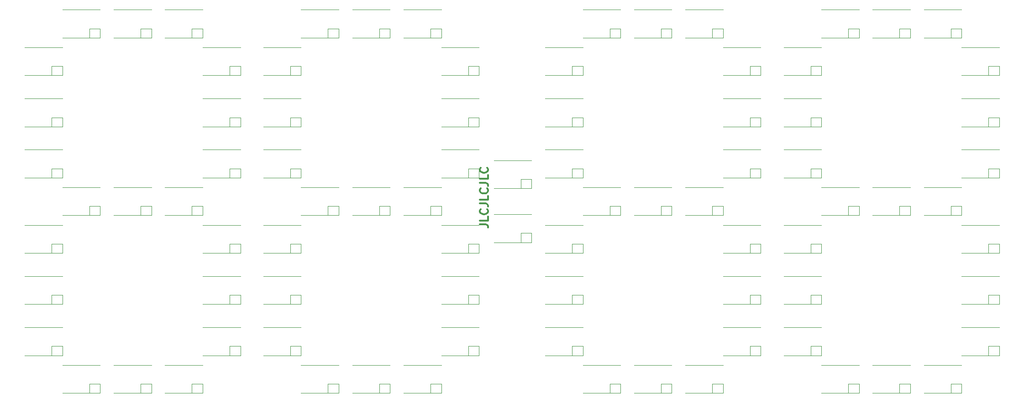
<source format=gbr>
G04 #@! TF.GenerationSoftware,KiCad,Pcbnew,(5.0.0)*
G04 #@! TF.CreationDate,2020-11-20T22:11:44-05:00*
G04 #@! TF.ProjectId,WS2812B Mini Clock,57533238313242204D696E6920436C6F,rev?*
G04 #@! TF.SameCoordinates,Original*
G04 #@! TF.FileFunction,Legend,Top*
G04 #@! TF.FilePolarity,Positive*
%FSLAX46Y46*%
G04 Gerber Fmt 4.6, Leading zero omitted, Abs format (unit mm)*
G04 Created by KiCad (PCBNEW (5.0.0)) date 11/20/20 22:11:44*
%MOMM*%
%LPD*%
G01*
G04 APERTURE LIST*
%ADD10C,0.300000*%
%ADD11C,0.120000*%
%ADD12C,0.100000*%
G04 APERTURE END LIST*
D10*
X134178571Y-108000000D02*
X135250000Y-108000000D01*
X135464285Y-108071428D01*
X135607142Y-108214285D01*
X135678571Y-108428571D01*
X135678571Y-108571428D01*
X135678571Y-106571428D02*
X135678571Y-107285714D01*
X134178571Y-107285714D01*
X135535714Y-105214285D02*
X135607142Y-105285714D01*
X135678571Y-105500000D01*
X135678571Y-105642857D01*
X135607142Y-105857142D01*
X135464285Y-106000000D01*
X135321428Y-106071428D01*
X135035714Y-106142857D01*
X134821428Y-106142857D01*
X134535714Y-106071428D01*
X134392857Y-106000000D01*
X134250000Y-105857142D01*
X134178571Y-105642857D01*
X134178571Y-105500000D01*
X134250000Y-105285714D01*
X134321428Y-105214285D01*
X134178571Y-104142857D02*
X135250000Y-104142857D01*
X135464285Y-104214285D01*
X135607142Y-104357142D01*
X135678571Y-104571428D01*
X135678571Y-104714285D01*
X135678571Y-102714285D02*
X135678571Y-103428571D01*
X134178571Y-103428571D01*
X135535714Y-101357142D02*
X135607142Y-101428571D01*
X135678571Y-101642857D01*
X135678571Y-101785714D01*
X135607142Y-102000000D01*
X135464285Y-102142857D01*
X135321428Y-102214285D01*
X135035714Y-102285714D01*
X134821428Y-102285714D01*
X134535714Y-102214285D01*
X134392857Y-102142857D01*
X134250000Y-102000000D01*
X134178571Y-101785714D01*
X134178571Y-101642857D01*
X134250000Y-101428571D01*
X134321428Y-101357142D01*
X134178571Y-100285714D02*
X135250000Y-100285714D01*
X135464285Y-100357142D01*
X135607142Y-100500000D01*
X135678571Y-100714285D01*
X135678571Y-100857142D01*
X135678571Y-98857142D02*
X135678571Y-99571428D01*
X134178571Y-99571428D01*
X135535714Y-97500000D02*
X135607142Y-97571428D01*
X135678571Y-97785714D01*
X135678571Y-97928571D01*
X135607142Y-98142857D01*
X135464285Y-98285714D01*
X135321428Y-98357142D01*
X135035714Y-98428571D01*
X134821428Y-98428571D01*
X134535714Y-98357142D01*
X134392857Y-98285714D01*
X134250000Y-98142857D01*
X134178571Y-97928571D01*
X134178571Y-97785714D01*
X134250000Y-97571428D01*
X134321428Y-97500000D01*
D11*
G04 #@! TO.C,U71*
X197500000Y-89850000D02*
X197500000Y-88850000D01*
X190500000Y-89850000D02*
X197500000Y-89850000D01*
X190500000Y-84650000D02*
X197500000Y-84650000D01*
D12*
X197500000Y-88850000D02*
X197500000Y-88150000D01*
X197500000Y-88150000D02*
X195600000Y-88150000D01*
X195600000Y-88150000D02*
X195500000Y-88150000D01*
X195500000Y-88150000D02*
X195500000Y-89850000D01*
D11*
G04 #@! TO.C,U54*
X153250000Y-89850000D02*
X153250000Y-88850000D01*
X146250000Y-89850000D02*
X153250000Y-89850000D01*
X146250000Y-84650000D02*
X153250000Y-84650000D01*
D12*
X153250000Y-88850000D02*
X153250000Y-88150000D01*
X153250000Y-88150000D02*
X151350000Y-88150000D01*
X151350000Y-88150000D02*
X151250000Y-88150000D01*
X151250000Y-88150000D02*
X151250000Y-89850000D01*
D11*
G04 #@! TO.C,U58*
X153250000Y-113350000D02*
X153250000Y-112350000D01*
X146250000Y-113350000D02*
X153250000Y-113350000D01*
X146250000Y-108150000D02*
X153250000Y-108150000D01*
D12*
X153250000Y-112350000D02*
X153250000Y-111650000D01*
X153250000Y-111650000D02*
X151350000Y-111650000D01*
X151350000Y-111650000D02*
X151250000Y-111650000D01*
X151250000Y-111650000D02*
X151250000Y-113350000D01*
D11*
G04 #@! TO.C,U49*
X153250000Y-99350000D02*
X153250000Y-98350000D01*
X146250000Y-99350000D02*
X153250000Y-99350000D01*
X146250000Y-94150000D02*
X153250000Y-94150000D01*
D12*
X153250000Y-98350000D02*
X153250000Y-97650000D01*
X153250000Y-97650000D02*
X151350000Y-97650000D01*
X151350000Y-97650000D02*
X151250000Y-97650000D01*
X151250000Y-97650000D02*
X151250000Y-99350000D01*
D11*
G04 #@! TO.C,U59*
X153250000Y-80350000D02*
X153250000Y-79350000D01*
X146250000Y-80350000D02*
X153250000Y-80350000D01*
X146250000Y-75150000D02*
X153250000Y-75150000D01*
D12*
X153250000Y-79350000D02*
X153250000Y-78650000D01*
X153250000Y-78650000D02*
X151350000Y-78650000D01*
X151350000Y-78650000D02*
X151250000Y-78650000D01*
X151250000Y-78650000D02*
X151250000Y-80350000D01*
D11*
G04 #@! TO.C,U53*
X153250000Y-122850000D02*
X153250000Y-121850000D01*
X146250000Y-122850000D02*
X153250000Y-122850000D01*
X146250000Y-117650000D02*
X153250000Y-117650000D01*
D12*
X153250000Y-121850000D02*
X153250000Y-121150000D01*
X153250000Y-121150000D02*
X151350000Y-121150000D01*
X151350000Y-121150000D02*
X151250000Y-121150000D01*
X151250000Y-121150000D02*
X151250000Y-122850000D01*
D11*
G04 #@! TO.C,U89*
X223500000Y-106350000D02*
X223500000Y-105350000D01*
X216500000Y-106350000D02*
X223500000Y-106350000D01*
X216500000Y-101150000D02*
X223500000Y-101150000D01*
D12*
X223500000Y-105350000D02*
X223500000Y-104650000D01*
X223500000Y-104650000D02*
X221600000Y-104650000D01*
X221600000Y-104650000D02*
X221500000Y-104650000D01*
X221500000Y-104650000D02*
X221500000Y-106350000D01*
D11*
G04 #@! TO.C,U80*
X223500000Y-139350000D02*
X223500000Y-138350000D01*
X216500000Y-139350000D02*
X223500000Y-139350000D01*
X216500000Y-134150000D02*
X223500000Y-134150000D01*
D12*
X223500000Y-138350000D02*
X223500000Y-137650000D01*
X223500000Y-137650000D02*
X221600000Y-137650000D01*
X221600000Y-137650000D02*
X221500000Y-137650000D01*
X221500000Y-137650000D02*
X221500000Y-139350000D01*
D11*
G04 #@! TO.C,U86*
X230500000Y-99350000D02*
X230500000Y-98350000D01*
X223500000Y-99350000D02*
X230500000Y-99350000D01*
X223500000Y-94150000D02*
X230500000Y-94150000D01*
D12*
X230500000Y-98350000D02*
X230500000Y-97650000D01*
X230500000Y-97650000D02*
X228600000Y-97650000D01*
X228600000Y-97650000D02*
X228500000Y-97650000D01*
X228500000Y-97650000D02*
X228500000Y-99350000D01*
D11*
G04 #@! TO.C,U67*
X204500000Y-73350000D02*
X204500000Y-72350000D01*
X197500000Y-73350000D02*
X204500000Y-73350000D01*
X197500000Y-68150000D02*
X204500000Y-68150000D01*
D12*
X204500000Y-72350000D02*
X204500000Y-71650000D01*
X204500000Y-71650000D02*
X202600000Y-71650000D01*
X202600000Y-71650000D02*
X202500000Y-71650000D01*
X202500000Y-71650000D02*
X202500000Y-73350000D01*
D11*
G04 #@! TO.C,U82*
X230500000Y-89850000D02*
X230500000Y-88850000D01*
X223500000Y-89850000D02*
X230500000Y-89850000D01*
X223500000Y-84650000D02*
X230500000Y-84650000D01*
D12*
X230500000Y-88850000D02*
X230500000Y-88150000D01*
X230500000Y-88150000D02*
X228600000Y-88150000D01*
X228600000Y-88150000D02*
X228500000Y-88150000D01*
X228500000Y-88150000D02*
X228500000Y-89850000D01*
D11*
G04 #@! TO.C,U72*
X214000000Y-73350000D02*
X214000000Y-72350000D01*
X207000000Y-73350000D02*
X214000000Y-73350000D01*
X207000000Y-68150000D02*
X214000000Y-68150000D01*
D12*
X214000000Y-72350000D02*
X214000000Y-71650000D01*
X214000000Y-71650000D02*
X212100000Y-71650000D01*
X212100000Y-71650000D02*
X212000000Y-71650000D01*
X212000000Y-71650000D02*
X212000000Y-73350000D01*
D11*
G04 #@! TO.C,U87*
X230500000Y-132350000D02*
X230500000Y-131350000D01*
X223500000Y-132350000D02*
X230500000Y-132350000D01*
X223500000Y-127150000D02*
X230500000Y-127150000D01*
D12*
X230500000Y-131350000D02*
X230500000Y-130650000D01*
X230500000Y-130650000D02*
X228600000Y-130650000D01*
X228600000Y-130650000D02*
X228500000Y-130650000D01*
X228500000Y-130650000D02*
X228500000Y-132350000D01*
D11*
G04 #@! TO.C,U83*
X230500000Y-122850000D02*
X230500000Y-121850000D01*
X223500000Y-122850000D02*
X230500000Y-122850000D01*
X223500000Y-117650000D02*
X230500000Y-117650000D01*
D12*
X230500000Y-121850000D02*
X230500000Y-121150000D01*
X230500000Y-121150000D02*
X228600000Y-121150000D01*
X228600000Y-121150000D02*
X228500000Y-121150000D01*
X228500000Y-121150000D02*
X228500000Y-122850000D01*
D11*
G04 #@! TO.C,U79*
X230500000Y-113350000D02*
X230500000Y-112350000D01*
X223500000Y-113350000D02*
X230500000Y-113350000D01*
X223500000Y-108150000D02*
X230500000Y-108150000D01*
D12*
X230500000Y-112350000D02*
X230500000Y-111650000D01*
X230500000Y-111650000D02*
X228600000Y-111650000D01*
X228600000Y-111650000D02*
X228500000Y-111650000D01*
X228500000Y-111650000D02*
X228500000Y-113350000D01*
D11*
G04 #@! TO.C,U66*
X197500000Y-99350000D02*
X197500000Y-98350000D01*
X190500000Y-99350000D02*
X197500000Y-99350000D01*
X190500000Y-94150000D02*
X197500000Y-94150000D01*
D12*
X197500000Y-98350000D02*
X197500000Y-97650000D01*
X197500000Y-97650000D02*
X195600000Y-97650000D01*
X195600000Y-97650000D02*
X195500000Y-97650000D01*
X195500000Y-97650000D02*
X195500000Y-99350000D01*
D11*
G04 #@! TO.C,U76*
X197500000Y-80350000D02*
X197500000Y-79350000D01*
X190500000Y-80350000D02*
X197500000Y-80350000D01*
X190500000Y-75150000D02*
X197500000Y-75150000D01*
D12*
X197500000Y-79350000D02*
X197500000Y-78650000D01*
X197500000Y-78650000D02*
X195600000Y-78650000D01*
X195600000Y-78650000D02*
X195500000Y-78650000D01*
X195500000Y-78650000D02*
X195500000Y-80350000D01*
D11*
G04 #@! TO.C,U85*
X214000000Y-106350000D02*
X214000000Y-105350000D01*
X207000000Y-106350000D02*
X214000000Y-106350000D01*
X207000000Y-101150000D02*
X214000000Y-101150000D01*
D12*
X214000000Y-105350000D02*
X214000000Y-104650000D01*
X214000000Y-104650000D02*
X212100000Y-104650000D01*
X212100000Y-104650000D02*
X212000000Y-104650000D01*
X212000000Y-104650000D02*
X212000000Y-106350000D01*
D11*
G04 #@! TO.C,U81*
X204500000Y-106350000D02*
X204500000Y-105350000D01*
X197500000Y-106350000D02*
X204500000Y-106350000D01*
X197500000Y-101150000D02*
X204500000Y-101150000D01*
D12*
X204500000Y-105350000D02*
X204500000Y-104650000D01*
X204500000Y-104650000D02*
X202600000Y-104650000D01*
X202600000Y-104650000D02*
X202500000Y-104650000D01*
X202500000Y-104650000D02*
X202500000Y-106350000D01*
D11*
G04 #@! TO.C,U88*
X204500000Y-139350000D02*
X204500000Y-138350000D01*
X197500000Y-139350000D02*
X204500000Y-139350000D01*
X197500000Y-134150000D02*
X204500000Y-134150000D01*
D12*
X204500000Y-138350000D02*
X204500000Y-137650000D01*
X204500000Y-137650000D02*
X202600000Y-137650000D01*
X202600000Y-137650000D02*
X202500000Y-137650000D01*
X202500000Y-137650000D02*
X202500000Y-139350000D01*
D11*
G04 #@! TO.C,U78*
X230500000Y-80350000D02*
X230500000Y-79350000D01*
X223500000Y-80350000D02*
X230500000Y-80350000D01*
X223500000Y-75150000D02*
X230500000Y-75150000D01*
D12*
X230500000Y-79350000D02*
X230500000Y-78650000D01*
X230500000Y-78650000D02*
X228600000Y-78650000D01*
X228600000Y-78650000D02*
X228500000Y-78650000D01*
X228500000Y-78650000D02*
X228500000Y-80350000D01*
D11*
G04 #@! TO.C,U75*
X197500000Y-113350000D02*
X197500000Y-112350000D01*
X190500000Y-113350000D02*
X197500000Y-113350000D01*
X190500000Y-108150000D02*
X197500000Y-108150000D01*
D12*
X197500000Y-112350000D02*
X197500000Y-111650000D01*
X197500000Y-111650000D02*
X195600000Y-111650000D01*
X195600000Y-111650000D02*
X195500000Y-111650000D01*
X195500000Y-111650000D02*
X195500000Y-113350000D01*
D11*
G04 #@! TO.C,U77*
X223500000Y-73350000D02*
X223500000Y-72350000D01*
X216500000Y-73350000D02*
X223500000Y-73350000D01*
X216500000Y-68150000D02*
X223500000Y-68150000D01*
D12*
X223500000Y-72350000D02*
X223500000Y-71650000D01*
X223500000Y-71650000D02*
X221600000Y-71650000D01*
X221600000Y-71650000D02*
X221500000Y-71650000D01*
X221500000Y-71650000D02*
X221500000Y-73350000D01*
D11*
G04 #@! TO.C,U84*
X214000000Y-139350000D02*
X214000000Y-138350000D01*
X207000000Y-139350000D02*
X214000000Y-139350000D01*
X207000000Y-134150000D02*
X214000000Y-134150000D01*
D12*
X214000000Y-138350000D02*
X214000000Y-137650000D01*
X214000000Y-137650000D02*
X212100000Y-137650000D01*
X212100000Y-137650000D02*
X212000000Y-137650000D01*
X212000000Y-137650000D02*
X212000000Y-139350000D01*
D11*
G04 #@! TO.C,U50*
X160250000Y-73350000D02*
X160250000Y-72350000D01*
X153250000Y-73350000D02*
X160250000Y-73350000D01*
X153250000Y-68150000D02*
X160250000Y-68150000D01*
D12*
X160250000Y-72350000D02*
X160250000Y-71650000D01*
X160250000Y-71650000D02*
X158350000Y-71650000D01*
X158350000Y-71650000D02*
X158250000Y-71650000D01*
X158250000Y-71650000D02*
X158250000Y-73350000D01*
D11*
G04 #@! TO.C,U73*
X160250000Y-139350000D02*
X160250000Y-138350000D01*
X153250000Y-139350000D02*
X160250000Y-139350000D01*
X153250000Y-134150000D02*
X160250000Y-134150000D01*
D12*
X160250000Y-138350000D02*
X160250000Y-137650000D01*
X160250000Y-137650000D02*
X158350000Y-137650000D01*
X158350000Y-137650000D02*
X158250000Y-137650000D01*
X158250000Y-137650000D02*
X158250000Y-139350000D01*
D11*
G04 #@! TO.C,U56*
X186250000Y-89850000D02*
X186250000Y-88850000D01*
X179250000Y-89850000D02*
X186250000Y-89850000D01*
X179250000Y-84650000D02*
X186250000Y-84650000D01*
D12*
X186250000Y-88850000D02*
X186250000Y-88150000D01*
X186250000Y-88150000D02*
X184350000Y-88150000D01*
X184350000Y-88150000D02*
X184250000Y-88150000D01*
X184250000Y-88150000D02*
X184250000Y-89850000D01*
D11*
G04 #@! TO.C,U65*
X197500000Y-132350000D02*
X197500000Y-131350000D01*
X190500000Y-132350000D02*
X197500000Y-132350000D01*
X190500000Y-127150000D02*
X197500000Y-127150000D01*
D12*
X197500000Y-131350000D02*
X197500000Y-130650000D01*
X197500000Y-130650000D02*
X195600000Y-130650000D01*
X195600000Y-130650000D02*
X195500000Y-130650000D01*
X195500000Y-130650000D02*
X195500000Y-132350000D01*
D11*
G04 #@! TO.C,U57*
X186250000Y-122850000D02*
X186250000Y-121850000D01*
X179250000Y-122850000D02*
X186250000Y-122850000D01*
X179250000Y-117650000D02*
X186250000Y-117650000D01*
D12*
X186250000Y-121850000D02*
X186250000Y-121150000D01*
X186250000Y-121150000D02*
X184350000Y-121150000D01*
X184350000Y-121150000D02*
X184250000Y-121150000D01*
X184250000Y-121150000D02*
X184250000Y-122850000D01*
D11*
G04 #@! TO.C,U55*
X169750000Y-73350000D02*
X169750000Y-72350000D01*
X162750000Y-73350000D02*
X169750000Y-73350000D01*
X162750000Y-68150000D02*
X169750000Y-68150000D01*
D12*
X169750000Y-72350000D02*
X169750000Y-71650000D01*
X169750000Y-71650000D02*
X167850000Y-71650000D01*
X167850000Y-71650000D02*
X167750000Y-71650000D01*
X167750000Y-71650000D02*
X167750000Y-73350000D01*
D11*
G04 #@! TO.C,U62*
X186250000Y-132350000D02*
X186250000Y-131350000D01*
X179250000Y-132350000D02*
X186250000Y-132350000D01*
X179250000Y-127150000D02*
X186250000Y-127150000D01*
D12*
X186250000Y-131350000D02*
X186250000Y-130650000D01*
X186250000Y-130650000D02*
X184350000Y-130650000D01*
X184350000Y-130650000D02*
X184250000Y-130650000D01*
X184250000Y-130650000D02*
X184250000Y-132350000D01*
D11*
G04 #@! TO.C,U48*
X153250000Y-132350000D02*
X153250000Y-131350000D01*
X146250000Y-132350000D02*
X153250000Y-132350000D01*
X146250000Y-127150000D02*
X153250000Y-127150000D01*
D12*
X153250000Y-131350000D02*
X153250000Y-130650000D01*
X153250000Y-130650000D02*
X151350000Y-130650000D01*
X151350000Y-130650000D02*
X151250000Y-130650000D01*
X151250000Y-130650000D02*
X151250000Y-132350000D01*
D11*
G04 #@! TO.C,U51*
X186250000Y-80350000D02*
X186250000Y-79350000D01*
X179250000Y-80350000D02*
X186250000Y-80350000D01*
X179250000Y-75150000D02*
X186250000Y-75150000D01*
D12*
X186250000Y-79350000D02*
X186250000Y-78650000D01*
X186250000Y-78650000D02*
X184350000Y-78650000D01*
X184350000Y-78650000D02*
X184250000Y-78650000D01*
X184250000Y-78650000D02*
X184250000Y-80350000D01*
D11*
G04 #@! TO.C,U64*
X160250000Y-106350000D02*
X160250000Y-105350000D01*
X153250000Y-106350000D02*
X160250000Y-106350000D01*
X153250000Y-101150000D02*
X160250000Y-101150000D01*
D12*
X160250000Y-105350000D02*
X160250000Y-104650000D01*
X160250000Y-104650000D02*
X158350000Y-104650000D01*
X158350000Y-104650000D02*
X158250000Y-104650000D01*
X158250000Y-104650000D02*
X158250000Y-106350000D01*
D11*
G04 #@! TO.C,U70*
X197500000Y-122850000D02*
X197500000Y-121850000D01*
X190500000Y-122850000D02*
X197500000Y-122850000D01*
X190500000Y-117650000D02*
X197500000Y-117650000D01*
D12*
X197500000Y-121850000D02*
X197500000Y-121150000D01*
X197500000Y-121150000D02*
X195600000Y-121150000D01*
X195600000Y-121150000D02*
X195500000Y-121150000D01*
X195500000Y-121150000D02*
X195500000Y-122850000D01*
D11*
G04 #@! TO.C,U63*
X179250000Y-139350000D02*
X179250000Y-138350000D01*
X172250000Y-139350000D02*
X179250000Y-139350000D01*
X172250000Y-134150000D02*
X179250000Y-134150000D01*
D12*
X179250000Y-138350000D02*
X179250000Y-137650000D01*
X179250000Y-137650000D02*
X177350000Y-137650000D01*
X177350000Y-137650000D02*
X177250000Y-137650000D01*
X177250000Y-137650000D02*
X177250000Y-139350000D01*
D11*
G04 #@! TO.C,U74*
X179250000Y-106350000D02*
X179250000Y-105350000D01*
X172250000Y-106350000D02*
X179250000Y-106350000D01*
X172250000Y-101150000D02*
X179250000Y-101150000D01*
D12*
X179250000Y-105350000D02*
X179250000Y-104650000D01*
X179250000Y-104650000D02*
X177350000Y-104650000D01*
X177350000Y-104650000D02*
X177250000Y-104650000D01*
X177250000Y-104650000D02*
X177250000Y-106350000D01*
D11*
G04 #@! TO.C,U68*
X169750000Y-139350000D02*
X169750000Y-138350000D01*
X162750000Y-139350000D02*
X169750000Y-139350000D01*
X162750000Y-134150000D02*
X169750000Y-134150000D01*
D12*
X169750000Y-138350000D02*
X169750000Y-137650000D01*
X169750000Y-137650000D02*
X167850000Y-137650000D01*
X167850000Y-137650000D02*
X167750000Y-137650000D01*
X167750000Y-137650000D02*
X167750000Y-139350000D01*
D11*
G04 #@! TO.C,U52*
X186250000Y-113350000D02*
X186250000Y-112350000D01*
X179250000Y-113350000D02*
X186250000Y-113350000D01*
X179250000Y-108150000D02*
X186250000Y-108150000D01*
D12*
X186250000Y-112350000D02*
X186250000Y-111650000D01*
X186250000Y-111650000D02*
X184350000Y-111650000D01*
X184350000Y-111650000D02*
X184250000Y-111650000D01*
X184250000Y-111650000D02*
X184250000Y-113350000D01*
D11*
G04 #@! TO.C,U61*
X186250000Y-99350000D02*
X186250000Y-98350000D01*
X179250000Y-99350000D02*
X186250000Y-99350000D01*
X179250000Y-94150000D02*
X186250000Y-94150000D01*
D12*
X186250000Y-98350000D02*
X186250000Y-97650000D01*
X186250000Y-97650000D02*
X184350000Y-97650000D01*
X184350000Y-97650000D02*
X184250000Y-97650000D01*
X184250000Y-97650000D02*
X184250000Y-99350000D01*
D11*
G04 #@! TO.C,U60*
X179250000Y-73350000D02*
X179250000Y-72350000D01*
X172250000Y-73350000D02*
X179250000Y-73350000D01*
X172250000Y-68150000D02*
X179250000Y-68150000D01*
D12*
X179250000Y-72350000D02*
X179250000Y-71650000D01*
X179250000Y-71650000D02*
X177350000Y-71650000D01*
X177350000Y-71650000D02*
X177250000Y-71650000D01*
X177250000Y-71650000D02*
X177250000Y-73350000D01*
D11*
G04 #@! TO.C,U69*
X169750000Y-106350000D02*
X169750000Y-105350000D01*
X162750000Y-106350000D02*
X169750000Y-106350000D01*
X162750000Y-101150000D02*
X169750000Y-101150000D01*
D12*
X169750000Y-105350000D02*
X169750000Y-104650000D01*
X169750000Y-104650000D02*
X167850000Y-104650000D01*
X167850000Y-104650000D02*
X167750000Y-104650000D01*
X167750000Y-104650000D02*
X167750000Y-106350000D01*
D11*
G04 #@! TO.C,U6*
X56750000Y-80350000D02*
X56750000Y-79350000D01*
X49750000Y-80350000D02*
X56750000Y-80350000D01*
X49750000Y-75150000D02*
X56750000Y-75150000D01*
D12*
X56750000Y-79350000D02*
X56750000Y-78650000D01*
X56750000Y-78650000D02*
X54850000Y-78650000D01*
X54850000Y-78650000D02*
X54750000Y-78650000D01*
X54750000Y-78650000D02*
X54750000Y-80350000D01*
D11*
G04 #@! TO.C,U3*
X56750000Y-113350000D02*
X56750000Y-112350000D01*
X49750000Y-113350000D02*
X56750000Y-113350000D01*
X49750000Y-108150000D02*
X56750000Y-108150000D01*
D12*
X56750000Y-112350000D02*
X56750000Y-111650000D01*
X56750000Y-111650000D02*
X54850000Y-111650000D01*
X54850000Y-111650000D02*
X54750000Y-111650000D01*
X54750000Y-111650000D02*
X54750000Y-113350000D01*
D11*
G04 #@! TO.C,U4*
X56750000Y-99350000D02*
X56750000Y-98350000D01*
X49750000Y-99350000D02*
X56750000Y-99350000D01*
X49750000Y-94150000D02*
X56750000Y-94150000D01*
D12*
X56750000Y-98350000D02*
X56750000Y-97650000D01*
X56750000Y-97650000D02*
X54850000Y-97650000D01*
X54850000Y-97650000D02*
X54750000Y-97650000D01*
X54750000Y-97650000D02*
X54750000Y-99350000D01*
D11*
G04 #@! TO.C,U5*
X56750000Y-89850000D02*
X56750000Y-88850000D01*
X49750000Y-89850000D02*
X56750000Y-89850000D01*
X49750000Y-84650000D02*
X56750000Y-84650000D01*
D12*
X56750000Y-88850000D02*
X56750000Y-88150000D01*
X56750000Y-88150000D02*
X54850000Y-88150000D01*
X54850000Y-88150000D02*
X54750000Y-88150000D01*
X54750000Y-88150000D02*
X54750000Y-89850000D01*
D11*
G04 #@! TO.C,U2*
X56750000Y-122850000D02*
X56750000Y-121850000D01*
X49750000Y-122850000D02*
X56750000Y-122850000D01*
X49750000Y-117650000D02*
X56750000Y-117650000D01*
D12*
X56750000Y-121850000D02*
X56750000Y-121150000D01*
X56750000Y-121150000D02*
X54850000Y-121150000D01*
X54850000Y-121150000D02*
X54750000Y-121150000D01*
X54750000Y-121150000D02*
X54750000Y-122850000D01*
D11*
G04 #@! TO.C,U1*
X56750000Y-132350000D02*
X56750000Y-131350000D01*
X49750000Y-132350000D02*
X56750000Y-132350000D01*
X49750000Y-127150000D02*
X56750000Y-127150000D01*
D12*
X56750000Y-131350000D02*
X56750000Y-130650000D01*
X56750000Y-130650000D02*
X54850000Y-130650000D01*
X54850000Y-130650000D02*
X54750000Y-130650000D01*
X54750000Y-130650000D02*
X54750000Y-132350000D01*
D11*
G04 #@! TO.C,U7*
X63750000Y-73350000D02*
X63750000Y-72350000D01*
X56750000Y-73350000D02*
X63750000Y-73350000D01*
X56750000Y-68150000D02*
X63750000Y-68150000D01*
D12*
X63750000Y-72350000D02*
X63750000Y-71650000D01*
X63750000Y-71650000D02*
X61850000Y-71650000D01*
X61850000Y-71650000D02*
X61750000Y-71650000D01*
X61750000Y-71650000D02*
X61750000Y-73350000D01*
D11*
G04 #@! TO.C,U8*
X73250000Y-73350000D02*
X73250000Y-72350000D01*
X66250000Y-73350000D02*
X73250000Y-73350000D01*
X66250000Y-68150000D02*
X73250000Y-68150000D01*
D12*
X73250000Y-72350000D02*
X73250000Y-71650000D01*
X73250000Y-71650000D02*
X71350000Y-71650000D01*
X71350000Y-71650000D02*
X71250000Y-71650000D01*
X71250000Y-71650000D02*
X71250000Y-73350000D01*
D11*
G04 #@! TO.C,U9*
X82750000Y-73350000D02*
X82750000Y-72350000D01*
X75750000Y-73350000D02*
X82750000Y-73350000D01*
X75750000Y-68150000D02*
X82750000Y-68150000D01*
D12*
X82750000Y-72350000D02*
X82750000Y-71650000D01*
X82750000Y-71650000D02*
X80850000Y-71650000D01*
X80850000Y-71650000D02*
X80750000Y-71650000D01*
X80750000Y-71650000D02*
X80750000Y-73350000D01*
D11*
G04 #@! TO.C,U10*
X89750000Y-80350000D02*
X89750000Y-79350000D01*
X82750000Y-80350000D02*
X89750000Y-80350000D01*
X82750000Y-75150000D02*
X89750000Y-75150000D01*
D12*
X89750000Y-79350000D02*
X89750000Y-78650000D01*
X89750000Y-78650000D02*
X87850000Y-78650000D01*
X87850000Y-78650000D02*
X87750000Y-78650000D01*
X87750000Y-78650000D02*
X87750000Y-80350000D01*
D11*
G04 #@! TO.C,U11*
X89750000Y-89850000D02*
X89750000Y-88850000D01*
X82750000Y-89850000D02*
X89750000Y-89850000D01*
X82750000Y-84650000D02*
X89750000Y-84650000D01*
D12*
X89750000Y-88850000D02*
X89750000Y-88150000D01*
X89750000Y-88150000D02*
X87850000Y-88150000D01*
X87850000Y-88150000D02*
X87750000Y-88150000D01*
X87750000Y-88150000D02*
X87750000Y-89850000D01*
D11*
G04 #@! TO.C,U12*
X89750000Y-99350000D02*
X89750000Y-98350000D01*
X82750000Y-99350000D02*
X89750000Y-99350000D01*
X82750000Y-94150000D02*
X89750000Y-94150000D01*
D12*
X89750000Y-98350000D02*
X89750000Y-97650000D01*
X89750000Y-97650000D02*
X87850000Y-97650000D01*
X87850000Y-97650000D02*
X87750000Y-97650000D01*
X87750000Y-97650000D02*
X87750000Y-99350000D01*
D11*
G04 #@! TO.C,U13*
X89750000Y-113350000D02*
X89750000Y-112350000D01*
X82750000Y-113350000D02*
X89750000Y-113350000D01*
X82750000Y-108150000D02*
X89750000Y-108150000D01*
D12*
X89750000Y-112350000D02*
X89750000Y-111650000D01*
X89750000Y-111650000D02*
X87850000Y-111650000D01*
X87850000Y-111650000D02*
X87750000Y-111650000D01*
X87750000Y-111650000D02*
X87750000Y-113350000D01*
D11*
G04 #@! TO.C,U14*
X89750000Y-122850000D02*
X89750000Y-121850000D01*
X82750000Y-122850000D02*
X89750000Y-122850000D01*
X82750000Y-117650000D02*
X89750000Y-117650000D01*
D12*
X89750000Y-121850000D02*
X89750000Y-121150000D01*
X89750000Y-121150000D02*
X87850000Y-121150000D01*
X87850000Y-121150000D02*
X87750000Y-121150000D01*
X87750000Y-121150000D02*
X87750000Y-122850000D01*
D11*
G04 #@! TO.C,U15*
X89750000Y-132350000D02*
X89750000Y-131350000D01*
X82750000Y-132350000D02*
X89750000Y-132350000D01*
X82750000Y-127150000D02*
X89750000Y-127150000D01*
D12*
X89750000Y-131350000D02*
X89750000Y-130650000D01*
X89750000Y-130650000D02*
X87850000Y-130650000D01*
X87850000Y-130650000D02*
X87750000Y-130650000D01*
X87750000Y-130650000D02*
X87750000Y-132350000D01*
D11*
G04 #@! TO.C,U16*
X82750000Y-139350000D02*
X82750000Y-138350000D01*
X75750000Y-139350000D02*
X82750000Y-139350000D01*
X75750000Y-134150000D02*
X82750000Y-134150000D01*
D12*
X82750000Y-138350000D02*
X82750000Y-137650000D01*
X82750000Y-137650000D02*
X80850000Y-137650000D01*
X80850000Y-137650000D02*
X80750000Y-137650000D01*
X80750000Y-137650000D02*
X80750000Y-139350000D01*
D11*
G04 #@! TO.C,U17*
X73250000Y-139350000D02*
X73250000Y-138350000D01*
X66250000Y-139350000D02*
X73250000Y-139350000D01*
X66250000Y-134150000D02*
X73250000Y-134150000D01*
D12*
X73250000Y-138350000D02*
X73250000Y-137650000D01*
X73250000Y-137650000D02*
X71350000Y-137650000D01*
X71350000Y-137650000D02*
X71250000Y-137650000D01*
X71250000Y-137650000D02*
X71250000Y-139350000D01*
D11*
G04 #@! TO.C,U18*
X63750000Y-139350000D02*
X63750000Y-138350000D01*
X56750000Y-139350000D02*
X63750000Y-139350000D01*
X56750000Y-134150000D02*
X63750000Y-134150000D01*
D12*
X63750000Y-138350000D02*
X63750000Y-137650000D01*
X63750000Y-137650000D02*
X61850000Y-137650000D01*
X61850000Y-137650000D02*
X61750000Y-137650000D01*
X61750000Y-137650000D02*
X61750000Y-139350000D01*
D11*
G04 #@! TO.C,U19*
X63750000Y-106350000D02*
X63750000Y-105350000D01*
X56750000Y-106350000D02*
X63750000Y-106350000D01*
X56750000Y-101150000D02*
X63750000Y-101150000D01*
D12*
X63750000Y-105350000D02*
X63750000Y-104650000D01*
X63750000Y-104650000D02*
X61850000Y-104650000D01*
X61850000Y-104650000D02*
X61750000Y-104650000D01*
X61750000Y-104650000D02*
X61750000Y-106350000D01*
D11*
G04 #@! TO.C,U20*
X73250000Y-106350000D02*
X73250000Y-105350000D01*
X66250000Y-106350000D02*
X73250000Y-106350000D01*
X66250000Y-101150000D02*
X73250000Y-101150000D01*
D12*
X73250000Y-105350000D02*
X73250000Y-104650000D01*
X73250000Y-104650000D02*
X71350000Y-104650000D01*
X71350000Y-104650000D02*
X71250000Y-104650000D01*
X71250000Y-104650000D02*
X71250000Y-106350000D01*
D11*
G04 #@! TO.C,U21*
X82750000Y-106350000D02*
X82750000Y-105350000D01*
X75750000Y-106350000D02*
X82750000Y-106350000D01*
X75750000Y-101150000D02*
X82750000Y-101150000D01*
D12*
X82750000Y-105350000D02*
X82750000Y-104650000D01*
X82750000Y-104650000D02*
X80850000Y-104650000D01*
X80850000Y-104650000D02*
X80750000Y-104650000D01*
X80750000Y-104650000D02*
X80750000Y-106350000D01*
D11*
G04 #@! TO.C,U22*
X101000000Y-132350000D02*
X101000000Y-131350000D01*
X94000000Y-132350000D02*
X101000000Y-132350000D01*
X94000000Y-127150000D02*
X101000000Y-127150000D01*
D12*
X101000000Y-131350000D02*
X101000000Y-130650000D01*
X101000000Y-130650000D02*
X99100000Y-130650000D01*
X99100000Y-130650000D02*
X99000000Y-130650000D01*
X99000000Y-130650000D02*
X99000000Y-132350000D01*
D11*
G04 #@! TO.C,U23*
X101000000Y-122850000D02*
X101000000Y-121850000D01*
X94000000Y-122850000D02*
X101000000Y-122850000D01*
X94000000Y-117650000D02*
X101000000Y-117650000D01*
D12*
X101000000Y-121850000D02*
X101000000Y-121150000D01*
X101000000Y-121150000D02*
X99100000Y-121150000D01*
X99100000Y-121150000D02*
X99000000Y-121150000D01*
X99000000Y-121150000D02*
X99000000Y-122850000D01*
D11*
G04 #@! TO.C,U27*
X101000000Y-113350000D02*
X101000000Y-112350000D01*
X94000000Y-113350000D02*
X101000000Y-113350000D01*
X94000000Y-108150000D02*
X101000000Y-108150000D01*
D12*
X101000000Y-112350000D02*
X101000000Y-111650000D01*
X101000000Y-111650000D02*
X99100000Y-111650000D01*
X99100000Y-111650000D02*
X99000000Y-111650000D01*
X99000000Y-111650000D02*
X99000000Y-113350000D01*
D11*
G04 #@! TO.C,U28*
X101000000Y-99350000D02*
X101000000Y-98350000D01*
X94000000Y-99350000D02*
X101000000Y-99350000D01*
X94000000Y-94150000D02*
X101000000Y-94150000D01*
D12*
X101000000Y-98350000D02*
X101000000Y-97650000D01*
X101000000Y-97650000D02*
X99100000Y-97650000D01*
X99100000Y-97650000D02*
X99000000Y-97650000D01*
X99000000Y-97650000D02*
X99000000Y-99350000D01*
D11*
G04 #@! TO.C,U29*
X101000000Y-89850000D02*
X101000000Y-88850000D01*
X94000000Y-89850000D02*
X101000000Y-89850000D01*
X94000000Y-84650000D02*
X101000000Y-84650000D01*
D12*
X101000000Y-88850000D02*
X101000000Y-88150000D01*
X101000000Y-88150000D02*
X99100000Y-88150000D01*
X99100000Y-88150000D02*
X99000000Y-88150000D01*
X99000000Y-88150000D02*
X99000000Y-89850000D01*
D11*
G04 #@! TO.C,U30*
X101000000Y-80350000D02*
X101000000Y-79350000D01*
X94000000Y-80350000D02*
X101000000Y-80350000D01*
X94000000Y-75150000D02*
X101000000Y-75150000D01*
D12*
X101000000Y-79350000D02*
X101000000Y-78650000D01*
X101000000Y-78650000D02*
X99100000Y-78650000D01*
X99100000Y-78650000D02*
X99000000Y-78650000D01*
X99000000Y-78650000D02*
X99000000Y-80350000D01*
D11*
G04 #@! TO.C,U31*
X108000000Y-73350000D02*
X108000000Y-72350000D01*
X101000000Y-73350000D02*
X108000000Y-73350000D01*
X101000000Y-68150000D02*
X108000000Y-68150000D01*
D12*
X108000000Y-72350000D02*
X108000000Y-71650000D01*
X108000000Y-71650000D02*
X106100000Y-71650000D01*
X106100000Y-71650000D02*
X106000000Y-71650000D01*
X106000000Y-71650000D02*
X106000000Y-73350000D01*
D11*
G04 #@! TO.C,U32*
X117500000Y-73350000D02*
X117500000Y-72350000D01*
X110500000Y-73350000D02*
X117500000Y-73350000D01*
X110500000Y-68150000D02*
X117500000Y-68150000D01*
D12*
X117500000Y-72350000D02*
X117500000Y-71650000D01*
X117500000Y-71650000D02*
X115600000Y-71650000D01*
X115600000Y-71650000D02*
X115500000Y-71650000D01*
X115500000Y-71650000D02*
X115500000Y-73350000D01*
D11*
G04 #@! TO.C,U33*
X127000000Y-73350000D02*
X127000000Y-72350000D01*
X120000000Y-73350000D02*
X127000000Y-73350000D01*
X120000000Y-68150000D02*
X127000000Y-68150000D01*
D12*
X127000000Y-72350000D02*
X127000000Y-71650000D01*
X127000000Y-71650000D02*
X125100000Y-71650000D01*
X125100000Y-71650000D02*
X125000000Y-71650000D01*
X125000000Y-71650000D02*
X125000000Y-73350000D01*
D11*
G04 #@! TO.C,U34*
X134000000Y-80350000D02*
X134000000Y-79350000D01*
X127000000Y-80350000D02*
X134000000Y-80350000D01*
X127000000Y-75150000D02*
X134000000Y-75150000D01*
D12*
X134000000Y-79350000D02*
X134000000Y-78650000D01*
X134000000Y-78650000D02*
X132100000Y-78650000D01*
X132100000Y-78650000D02*
X132000000Y-78650000D01*
X132000000Y-78650000D02*
X132000000Y-80350000D01*
D11*
G04 #@! TO.C,U35*
X134000000Y-89850000D02*
X134000000Y-88850000D01*
X127000000Y-89850000D02*
X134000000Y-89850000D01*
X127000000Y-84650000D02*
X134000000Y-84650000D01*
D12*
X134000000Y-88850000D02*
X134000000Y-88150000D01*
X134000000Y-88150000D02*
X132100000Y-88150000D01*
X132100000Y-88150000D02*
X132000000Y-88150000D01*
X132000000Y-88150000D02*
X132000000Y-89850000D01*
D11*
G04 #@! TO.C,U36*
X134000000Y-99350000D02*
X134000000Y-98350000D01*
X127000000Y-99350000D02*
X134000000Y-99350000D01*
X127000000Y-94150000D02*
X134000000Y-94150000D01*
D12*
X134000000Y-98350000D02*
X134000000Y-97650000D01*
X134000000Y-97650000D02*
X132100000Y-97650000D01*
X132100000Y-97650000D02*
X132000000Y-97650000D01*
X132000000Y-97650000D02*
X132000000Y-99350000D01*
D11*
G04 #@! TO.C,U37*
X134000000Y-113350000D02*
X134000000Y-112350000D01*
X127000000Y-113350000D02*
X134000000Y-113350000D01*
X127000000Y-108150000D02*
X134000000Y-108150000D01*
D12*
X134000000Y-112350000D02*
X134000000Y-111650000D01*
X134000000Y-111650000D02*
X132100000Y-111650000D01*
X132100000Y-111650000D02*
X132000000Y-111650000D01*
X132000000Y-111650000D02*
X132000000Y-113350000D01*
D11*
G04 #@! TO.C,U38*
X134000000Y-122850000D02*
X134000000Y-121850000D01*
X127000000Y-122850000D02*
X134000000Y-122850000D01*
X127000000Y-117650000D02*
X134000000Y-117650000D01*
D12*
X134000000Y-121850000D02*
X134000000Y-121150000D01*
X134000000Y-121150000D02*
X132100000Y-121150000D01*
X132100000Y-121150000D02*
X132000000Y-121150000D01*
X132000000Y-121150000D02*
X132000000Y-122850000D01*
D11*
G04 #@! TO.C,U39*
X134000000Y-132350000D02*
X134000000Y-131350000D01*
X127000000Y-132350000D02*
X134000000Y-132350000D01*
X127000000Y-127150000D02*
X134000000Y-127150000D01*
D12*
X134000000Y-131350000D02*
X134000000Y-130650000D01*
X134000000Y-130650000D02*
X132100000Y-130650000D01*
X132100000Y-130650000D02*
X132000000Y-130650000D01*
X132000000Y-130650000D02*
X132000000Y-132350000D01*
D11*
G04 #@! TO.C,U40*
X127000000Y-139350000D02*
X127000000Y-138350000D01*
X120000000Y-139350000D02*
X127000000Y-139350000D01*
X120000000Y-134150000D02*
X127000000Y-134150000D01*
D12*
X127000000Y-138350000D02*
X127000000Y-137650000D01*
X127000000Y-137650000D02*
X125100000Y-137650000D01*
X125100000Y-137650000D02*
X125000000Y-137650000D01*
X125000000Y-137650000D02*
X125000000Y-139350000D01*
D11*
G04 #@! TO.C,U41*
X117500000Y-139350000D02*
X117500000Y-138350000D01*
X110500000Y-139350000D02*
X117500000Y-139350000D01*
X110500000Y-134150000D02*
X117500000Y-134150000D01*
D12*
X117500000Y-138350000D02*
X117500000Y-137650000D01*
X117500000Y-137650000D02*
X115600000Y-137650000D01*
X115600000Y-137650000D02*
X115500000Y-137650000D01*
X115500000Y-137650000D02*
X115500000Y-139350000D01*
D11*
G04 #@! TO.C,U42*
X108000000Y-139350000D02*
X108000000Y-138350000D01*
X101000000Y-139350000D02*
X108000000Y-139350000D01*
X101000000Y-134150000D02*
X108000000Y-134150000D01*
D12*
X108000000Y-138350000D02*
X108000000Y-137650000D01*
X108000000Y-137650000D02*
X106100000Y-137650000D01*
X106100000Y-137650000D02*
X106000000Y-137650000D01*
X106000000Y-137650000D02*
X106000000Y-139350000D01*
D11*
G04 #@! TO.C,U43*
X108000000Y-106350000D02*
X108000000Y-105350000D01*
X101000000Y-106350000D02*
X108000000Y-106350000D01*
X101000000Y-101150000D02*
X108000000Y-101150000D01*
D12*
X108000000Y-105350000D02*
X108000000Y-104650000D01*
X108000000Y-104650000D02*
X106100000Y-104650000D01*
X106100000Y-104650000D02*
X106000000Y-104650000D01*
X106000000Y-104650000D02*
X106000000Y-106350000D01*
D11*
G04 #@! TO.C,U44*
X117500000Y-106350000D02*
X117500000Y-105350000D01*
X110500000Y-106350000D02*
X117500000Y-106350000D01*
X110500000Y-101150000D02*
X117500000Y-101150000D01*
D12*
X117500000Y-105350000D02*
X117500000Y-104650000D01*
X117500000Y-104650000D02*
X115600000Y-104650000D01*
X115600000Y-104650000D02*
X115500000Y-104650000D01*
X115500000Y-104650000D02*
X115500000Y-106350000D01*
D11*
G04 #@! TO.C,U45*
X127000000Y-106350000D02*
X127000000Y-105350000D01*
X120000000Y-106350000D02*
X127000000Y-106350000D01*
X120000000Y-101150000D02*
X127000000Y-101150000D01*
D12*
X127000000Y-105350000D02*
X127000000Y-104650000D01*
X127000000Y-104650000D02*
X125100000Y-104650000D01*
X125100000Y-104650000D02*
X125000000Y-104650000D01*
X125000000Y-104650000D02*
X125000000Y-106350000D01*
D11*
G04 #@! TO.C,U46*
X143750000Y-101350000D02*
X143750000Y-100350000D01*
X136750000Y-101350000D02*
X143750000Y-101350000D01*
X136750000Y-96150000D02*
X143750000Y-96150000D01*
D12*
X143750000Y-100350000D02*
X143750000Y-99650000D01*
X143750000Y-99650000D02*
X141850000Y-99650000D01*
X141850000Y-99650000D02*
X141750000Y-99650000D01*
X141750000Y-99650000D02*
X141750000Y-101350000D01*
D11*
G04 #@! TO.C,U47*
X143750000Y-111350000D02*
X143750000Y-110350000D01*
X136750000Y-111350000D02*
X143750000Y-111350000D01*
X136750000Y-106150000D02*
X143750000Y-106150000D01*
D12*
X143750000Y-110350000D02*
X143750000Y-109650000D01*
X143750000Y-109650000D02*
X141850000Y-109650000D01*
X141850000Y-109650000D02*
X141750000Y-109650000D01*
X141750000Y-109650000D02*
X141750000Y-111350000D01*
G04 #@! TD*
M02*

</source>
